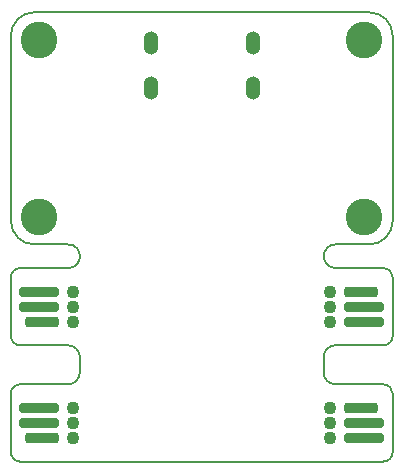
<source format=gbs>
G04*
G04 #@! TF.GenerationSoftware,Altium Limited,Altium Designer,21.5.1 (32)*
G04*
G04 Layer_Color=16711935*
%FSAX25Y25*%
%MOIN*%
G70*
G04*
G04 #@! TF.SameCoordinates,E145FAAA-776B-438C-AE4F-039C15631CA5*
G04*
G04*
G04 #@! TF.FilePolarity,Negative*
G04*
G01*
G75*
%ADD13C,0.00787*%
%ADD55C,0.12205*%
G04:AMPARAMS|DCode=56|XSize=49.21mil|YSize=76.77mil|CornerRadius=22.44mil|HoleSize=0mil|Usage=FLASHONLY|Rotation=180.000|XOffset=0mil|YOffset=0mil|HoleType=Round|Shape=RoundedRectangle|*
%AMROUNDEDRECTD56*
21,1,0.04921,0.03189,0,0,180.0*
21,1,0.00433,0.07677,0,0,180.0*
1,1,0.04488,-0.00217,0.01595*
1,1,0.04488,0.00217,0.01595*
1,1,0.04488,0.00217,-0.01595*
1,1,0.04488,-0.00217,-0.01595*
%
%ADD56ROUNDEDRECTD56*%
%ADD58C,0.00591*%
G04:AMPARAMS|DCode=77|XSize=35.43mil|YSize=135.83mil|CornerRadius=13.82mil|HoleSize=0mil|Usage=FLASHONLY|Rotation=270.000|XOffset=0mil|YOffset=0mil|HoleType=Round|Shape=RoundedRectangle|*
%AMROUNDEDRECTD77*
21,1,0.03543,0.10819,0,0,270.0*
21,1,0.00780,0.13583,0,0,270.0*
1,1,0.02764,-0.05409,-0.00390*
1,1,0.02764,-0.05409,0.00390*
1,1,0.02764,0.05409,0.00390*
1,1,0.02764,0.05409,-0.00390*
%
%ADD77ROUNDEDRECTD77*%
G04:AMPARAMS|DCode=78|XSize=35.43mil|YSize=116.14mil|CornerRadius=13.82mil|HoleSize=0mil|Usage=FLASHONLY|Rotation=270.000|XOffset=0mil|YOffset=0mil|HoleType=Round|Shape=RoundedRectangle|*
%AMROUNDEDRECTD78*
21,1,0.03543,0.08850,0,0,270.0*
21,1,0.00780,0.11614,0,0,270.0*
1,1,0.02764,-0.04425,-0.00390*
1,1,0.02764,-0.04425,0.00390*
1,1,0.02764,0.04425,0.00390*
1,1,0.02764,0.04425,-0.00390*
%
%ADD78ROUNDEDRECTD78*%
%ADD80C,0.04331*%
D13*
X-0063660Y0003150D02*
G03*
X-0060510Y-0000000I0003145J-0000004D01*
G01*
X0063660Y0141890D02*
G03*
X0055785Y0149764I-0007874J0000000D01*
G01*
X-0040628Y0034803D02*
G03*
X-0044565Y0038740I-0003937J-0000000D01*
G01*
X0055785Y0072366D02*
G03*
X0063660Y0080240I-0000003J0007877D01*
G01*
X-0060510Y0025748D02*
G03*
X-0063660Y0022598I-0000004J-0003145D01*
G01*
X0040628Y0029687D02*
G03*
X0044565Y0025748I0003939J0000000D01*
G01*
X-0044565Y0064488D02*
G03*
X-0044565Y0072366I-0000002J0003939D01*
G01*
X0060510Y0038740D02*
G03*
X0063660Y0041890I0000004J0003145D01*
G01*
X0044569Y0072366D02*
G03*
X0044565Y0064488I-0000002J-0003939D01*
G01*
X-0063656Y0080240D02*
G03*
X-0055782Y0072366I0007877J0000003D01*
G01*
X-0060510Y0064488D02*
G03*
X-0063660Y0061339I-0000004J-0003145D01*
G01*
X-0044565Y0025748D02*
G03*
X-0040628Y0029687I-0000002J0003939D01*
G01*
X0060510Y0000000D02*
G03*
X0063660Y0003150I0000004J0003145D01*
G01*
X0044565Y0038740D02*
G03*
X0040628Y0034803I0000000J-0003937D01*
G01*
X-0055782Y0149764D02*
G03*
X-0063656Y0141890I0000000J-0007874D01*
G01*
X-0063660Y0041890D02*
G03*
X-0060510Y0038740I0003145J-0000004D01*
G01*
X0063660Y0061339D02*
G03*
X0060510Y0064488I-0003145J0000004D01*
G01*
X0063660Y0022598D02*
G03*
X0060510Y0025748I-0003145J0000004D01*
G01*
X-0063660Y0041890D02*
Y0061339D01*
X0044569Y0072366D02*
X0055785D01*
X0063660Y0003150D02*
Y0022598D01*
X-0060510Y0038740D02*
X-0044565D01*
X0063660Y0080240D02*
Y0141890D01*
X0044565Y0025748D02*
X0060510D01*
X-0055782Y0149764D02*
X0055785D01*
X-0040628Y0029687D02*
Y0034803D01*
X0040628Y0029687D02*
Y0034803D01*
X-0063656Y0080240D02*
Y0141890D01*
X-0060510Y0025748D02*
X-0044565D01*
X0044565Y0038740D02*
X0060510D01*
X-0055782Y0072366D02*
X-0044565D01*
X-0063660Y0003150D02*
Y0022598D01*
X0063660Y0041890D02*
Y0061339D01*
X-0060510Y0064488D02*
X-0044565D01*
X0044565D02*
X0060510D01*
X-0060510Y0000000D02*
X0060510D01*
D55*
X-0054134Y0081539D02*
D03*
X0054134D02*
D03*
X-0054134Y0140594D02*
D03*
X0054134D02*
D03*
D56*
X0017008Y0139567D02*
D03*
X-0017008D02*
D03*
X0017008Y0124606D02*
D03*
X-0017008D02*
D03*
D58*
X0051067Y0022776D02*
D03*
Y0002933D02*
D03*
X-0051067Y0041717D02*
D03*
Y0061559D02*
D03*
X0051067D02*
D03*
Y0041717D02*
D03*
X-0051067Y0002933D02*
D03*
Y0022776D02*
D03*
D77*
X0054118Y0012854D02*
D03*
Y0007854D02*
D03*
X-0054118Y0051638D02*
D03*
Y0056638D02*
D03*
X0054118Y0051638D02*
D03*
Y0046638D02*
D03*
X-0054118Y0012854D02*
D03*
Y0017854D02*
D03*
D78*
X0053134D02*
D03*
X-0053134Y0046638D02*
D03*
X0053134Y0056638D02*
D03*
X-0053134Y0007854D02*
D03*
D80*
X0042799D02*
D03*
Y0012854D02*
D03*
Y0017854D02*
D03*
X-0042799Y0056638D02*
D03*
Y0051638D02*
D03*
Y0046638D02*
D03*
X0042799D02*
D03*
Y0051638D02*
D03*
Y0056638D02*
D03*
X-0042799Y0017854D02*
D03*
Y0012854D02*
D03*
Y0007854D02*
D03*
M02*

</source>
